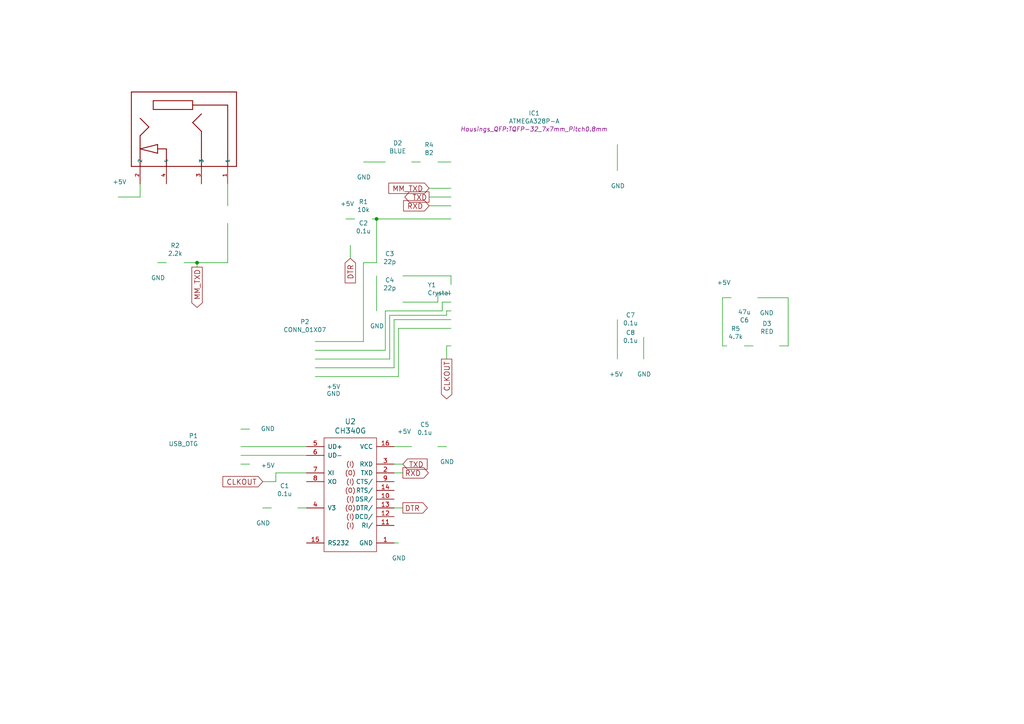
<source format=kicad_sch>
(kicad_sch (version 20230121) (generator eeschema)
  (paper "A4")
  (lib_symbols
    (symbol "SJ1-3524NG:SJ1-3524NG" (pin_names (offset 1.016))
      (symbol "SJ1-3524NG_0_0"
        (polyline (pts (xy -8.89 -13.97) (xy -8.89 16.51)) (stroke (width 0.254)))
        (polyline (pts (xy -8.89 16.51) (xy 12.7 16.51)) (stroke (width 0.254)))
        (polyline (pts (xy -6.35 -7.62) (xy -6.35 3.81)) (stroke (width 0.254)))
        (polyline (pts (xy -6.35 3.81) (xy -5.08 3.81)) (stroke (width 0.254)))
        (polyline (pts (xy -5.08 3.81) (xy -3.81 3.81)) (stroke (width 0.254)))
        (polyline (pts (xy -5.08 13.97) (xy -5.08 3.81)) (stroke (width 0.254)))
        (polyline (pts (xy -3.81 -7.62) (xy -6.35 -7.62)) (stroke (width 0.254)))
        (polyline (pts (xy -3.81 3.81) (xy -3.81 -7.62)) (stroke (width 0.254)))
        (polyline (pts (xy 0 3.81) (xy -2.54 6.35)) (stroke (width 0.254)))
        (polyline (pts (xy 1.27 -8.89) (xy -1.27 -11.43)) (stroke (width 0.254)))
        (polyline (pts (xy 2.54 6.35) (xy 0 3.81)) (stroke (width 0.254)))
        (polyline (pts (xy 3.81 -11.43) (xy 1.27 -8.89)) (stroke (width 0.254)))
        (polyline (pts (xy 6.35 -6.35) (xy 7.62 -6.35)) (stroke (width 0.254)))
        (polyline (pts (xy 7.62 -11.43) (xy 3.81 -11.43)) (stroke (width 0.254)))
        (polyline (pts (xy 7.62 -11.43) (xy 6.35 -6.35)) (stroke (width 0.254)))
        (polyline (pts (xy 7.62 -6.35) (xy 8.89 -6.35)) (stroke (width 0.254)))
        (polyline (pts (xy 7.62 -3.81) (xy 7.62 -6.35)) (stroke (width 0.254)))
        (polyline (pts (xy 8.89 -6.35) (xy 7.62 -11.43)) (stroke (width 0.254)))
        (polyline (pts (xy 12.7 -13.97) (xy -8.89 -13.97)) (stroke (width 0.254)))
        (polyline (pts (xy 12.7 -11.43) (xy 7.62 -11.43)) (stroke (width 0.254)))
        (polyline (pts (xy 12.7 -3.81) (xy 7.62 -3.81)) (stroke (width 0.254)))
        (polyline (pts (xy 12.7 6.35) (xy 2.54 6.35)) (stroke (width 0.254)))
        (polyline (pts (xy 12.7 13.97) (xy -5.08 13.97)) (stroke (width 0.254)))
        (polyline (pts (xy 12.7 16.51) (xy 12.7 -13.97)) (stroke (width 0.254)))
        (pin bidirectional line (at 17.78 13.97 180) (length 5.08) (name "1") (number "1"))
        (pin bidirectional line (at 17.78 -11.43 180) (length 5.08) (name "2") (number "2"))
        (pin bidirectional line (at 17.78 6.35 180) (length 5.08) (name "3") (number "3"))
        (pin bidirectional line (at 17.78 -3.81 180) (length 5.08) (name "4") (number "4"))
      )
    )
    (symbol "ch340g:CH340G" (pin_names (offset 1.016))
      (property "Reference" "U" (at 0 -16.51 0))
      (property "Value" "CH340G" (at 0 19.05 0))
      (symbol "CH340G_0_0"
        (rectangle (start -7.62 17.78) (end 7.62 -15.24))
        (text "(I)" (at 0 -7.62 0) (effects (font (size 1.27 1.27))))
        (text "(I)" (at 0 -5.08 0) (effects (font (size 1.27 1.27))))
        (text "(I)" (at 0 0 0) (effects (font (size 1.27 1.27))))
        (text "(I)" (at 0 5.08 0) (effects (font (size 1.27 1.27))))
        (text "(I)" (at 0 10.16 0) (effects (font (size 1.27 1.27))))
        (text "(O)" (at 0 -2.54 0) (effects (font (size 1.27 1.27))))
        (text "(O)" (at 0 2.54 0) (effects (font (size 1.27 1.27))))
        (text "(O)" (at 0 7.62 0) (effects (font (size 1.27 1.27))))
      )
      (symbol "CH340G_1_1"
        (pin power_in line (at 12.7 -12.7 180) (length 5.08) (name "GND") (number "1"))
        (pin input line (at 12.7 0 180) (length 5.08) (name "DSR/") (number "10"))
        (pin input line (at 12.7 -7.62 180) (length 5.08) (name "RI/") (number "11"))
        (pin input line (at 12.7 -5.08 180) (length 5.08) (name "DCD/") (number "12"))
        (pin output line (at 12.7 -2.54 180) (length 5.08) (name "DTR/") (number "13"))
        (pin output line (at 12.7 2.54 180) (length 5.08) (name "RTS/") (number "14"))
        (pin input line (at -12.7 -12.7 0) (length 5.08) (name "RS232") (number "15"))
        (pin power_in line (at 12.7 15.24 180) (length 5.08) (name "VCC") (number "16"))
        (pin output line (at 12.7 7.62 180) (length 5.08) (name "TXD") (number "2"))
        (pin input line (at 12.7 10.16 180) (length 5.08) (name "RXD") (number "3"))
        (pin power_out line (at -12.7 -2.54 0) (length 5.08) (name "V3") (number "4"))
        (pin bidirectional line (at -12.7 15.24 0) (length 5.08) (name "UD+") (number "5"))
        (pin bidirectional line (at -12.7 12.7 0) (length 5.08) (name "UD-") (number "6"))
        (pin input line (at -12.7 7.62 0) (length 5.08) (name "XI") (number "7"))
        (pin output line (at -12.7 5.08 0) (length 5.08) (name "XO") (number "8"))
        (pin input line (at 12.7 5.08 180) (length 5.08) (name "CTS/") (number "9"))
      )
    )
  )
  (junction (at 109.22 63.5))
  (junction (at 57.15 76.2))
  (wire (pts (xy 179.07 92.71) (xy 179.07 104.14)))
  (wire (pts (xy 100.33 63.5) (xy 102.87 63.5)))
  (wire (pts (xy 179.07 41.91) (xy 179.07 49.53)))
  (wire (pts (xy 116.84 87.63) (xy 127 87.63)))
  (wire (pts (xy 116.84 80.01) (xy 130.81 80.01)))
  (wire (pts (xy 119.38 46.99) (xy 121.92 46.99)))
  (wire (pts (xy 114.3 92.71) (xy 130.81 92.71)))
  (wire (pts (xy 105.41 46.99) (xy 111.76 46.99)))
  (wire (pts (xy 69.85 132.08) (xy 88.9 132.08)))
  (wire (pts (xy 124.46 57.15) (xy 130.81 57.15)))
  (wire (pts (xy 209.55 86.36) (xy 212.09 86.36)))
  (wire (pts (xy 57.15 76.2) (xy 66.04 76.2)))
  (wire (pts (xy 128.27 90.17) (xy 128.27 87.63)))
  (wire (pts (xy 116.84 137.16) (xy 114.3 137.16)))
  (wire (pts (xy 109.22 63.5) (xy 109.22 76.2)))
  (wire (pts (xy 109.22 80.01) (xy 109.22 90.17)))
  (wire (pts (xy 111.76 90.17) (xy 111.76 101.6)))
  (wire (pts (xy 129.54 90.17) (xy 129.54 91.44)))
  (wire (pts (xy 66.04 53.34) (xy 66.04 59.69)))
  (wire (pts (xy 130.81 59.69) (xy 124.46 59.69)))
  (wire (pts (xy 72.39 134.62) (xy 69.85 134.62)))
  (wire (pts (xy 127 87.63) (xy 127 85.09)))
  (wire (pts (xy 76.2 139.7) (xy 80.01 139.7)))
  (wire (pts (xy 40.64 57.15) (xy 40.64 53.34)))
  (wire (pts (xy 113.03 104.14) (xy 113.03 91.44)))
  (wire (pts (xy 111.76 101.6) (xy 91.44 101.6)))
  (wire (pts (xy 209.55 100.33) (xy 210.82 100.33)))
  (wire (pts (xy 219.71 86.36) (xy 228.6 86.36)))
  (wire (pts (xy 114.3 129.54) (xy 119.38 129.54)))
  (wire (pts (xy 114.3 134.62) (xy 116.84 134.62)))
  (wire (pts (xy 69.85 129.54) (xy 88.9 129.54)))
  (wire (pts (xy 101.6 74.93) (xy 101.6 71.12)))
  (wire (pts (xy 66.04 76.2) (xy 66.04 64.77)))
  (wire (pts (xy 69.85 124.46) (xy 72.39 124.46)))
  (wire (pts (xy 129.54 100.33) (xy 130.81 100.33)))
  (wire (pts (xy 130.81 90.17) (xy 129.54 90.17)))
  (wire (pts (xy 86.36 147.32) (xy 88.9 147.32)))
  (wire (pts (xy 228.6 100.33) (xy 228.6 86.36)))
  (wire (pts (xy 53.34 76.2) (xy 57.15 76.2)))
  (wire (pts (xy 129.54 91.44) (xy 113.03 91.44)))
  (wire (pts (xy 91.44 106.68) (xy 114.3 106.68)))
  (wire (pts (xy 57.15 77.47) (xy 57.15 76.2)))
  (wire (pts (xy 129.54 104.14) (xy 129.54 100.33)))
  (wire (pts (xy 45.72 76.2) (xy 48.26 76.2)))
  (wire (pts (xy 215.9 100.33) (xy 218.44 100.33)))
  (wire (pts (xy 127 85.09) (xy 130.81 85.09)))
  (wire (pts (xy 109.22 76.2) (xy 105.41 76.2)))
  (wire (pts (xy 80.01 139.7) (xy 80.01 137.16)))
  (wire (pts (xy 91.44 109.22) (xy 115.57 109.22)))
  (wire (pts (xy 128.27 87.63) (xy 130.81 87.63)))
  (wire (pts (xy 76.2 147.32) (xy 78.74 147.32)))
  (wire (pts (xy 186.69 97.79) (xy 186.69 104.14)))
  (wire (pts (xy 107.95 63.5) (xy 109.22 63.5)))
  (wire (pts (xy 130.81 80.01) (xy 130.81 82.55)))
  (wire (pts (xy 80.01 137.16) (xy 88.9 137.16)))
  (wire (pts (xy 226.06 100.33) (xy 228.6 100.33)))
  (wire (pts (xy 124.46 54.61) (xy 130.81 54.61)))
  (wire (pts (xy 127 46.99) (xy 130.81 46.99)))
  (wire (pts (xy 105.41 76.2) (xy 105.41 99.06)))
  (wire (pts (xy 114.3 106.68) (xy 114.3 92.71)))
  (wire (pts (xy 115.57 157.48) (xy 114.3 157.48)))
  (wire (pts (xy 109.22 63.5) (xy 130.81 63.5)))
  (wire (pts (xy 114.3 147.32) (xy 116.84 147.32)))
  (wire (pts (xy 105.41 99.06) (xy 91.44 99.06)))
  (wire (pts (xy 91.44 104.14) (xy 113.03 104.14)))
  (wire (pts (xy 115.57 95.25) (xy 130.81 95.25)))
  (wire (pts (xy 129.54 129.54) (xy 127 129.54)))
  (wire (pts (xy 115.57 109.22) (xy 115.57 95.25)))
  (wire (pts (xy 111.76 90.17) (xy 128.27 90.17)))
  (wire (pts (xy 40.64 57.15) (xy 34.29 57.15)))
  (wire (pts (xy 209.55 86.36) (xy 209.55 100.33)))
  (global_label "RXD" (shape output) (at 116.84 137.16 0) (effects (font (size 1.524 1.524))) (property "Intersheetrefs" "${INTERSHEET_REFS}" (effects hide)))
  (global_label "TXD" (shape output) (at 124.46 57.15 180) (effects (font (size 1.524 1.524))) (property "Intersheetrefs" "${INTERSHEET_REFS}" (effects hide)))
  (global_label "DTR" (shape output) (at 116.84 147.32 0) (effects (font (size 1.524 1.524))) (property "Intersheetrefs" "${INTERSHEET_REFS}" (effects hide)))
  (global_label "MM_TXD" (shape input) (at 124.46 54.61 180) (effects (font (size 1.524 1.524))) (property "Intersheetrefs" "${INTERSHEET_REFS}" (effects hide)))
  (global_label "TXD" (shape input) (at 116.84 134.62 0) (effects (font (size 1.524 1.524))) (property "Intersheetrefs" "${INTERSHEET_REFS}" (effects hide)))
  (global_label "RXD" (shape input) (at 124.46 59.69 180) (effects (font (size 1.524 1.524))) (property "Intersheetrefs" "${INTERSHEET_REFS}" (effects hide)))
  (global_label "CLKOUT" (shape input) (at 76.2 139.7 180) (effects (font (size 1.524 1.524))) (property "Intersheetrefs" "${INTERSHEET_REFS}" (effects hide)))
  (global_label "DTR" (shape input) (at 101.6 74.93 270) (effects (font (size 1.524 1.524))) (property "Intersheetrefs" "${INTERSHEET_REFS}" (effects hide)))
  (global_label "CLKOUT" (shape output) (at 129.54 104.14 270) (effects (font (size 1.524 1.524))) (property "Intersheetrefs" "${INTERSHEET_REFS}" (effects hide)))
  (global_label "MM_TXD" (shape output) (at 57.15 77.47 270) (effects (font (size 1.524 1.524))) (property "Intersheetrefs" "${INTERSHEET_REFS}" (effects hide)))
  (symbol (lib_id "SJ1-3524NG:SJ1-3524NG") (at 52.07 35.56 270) (unit 1)
    (property "Reference" "U1" (effects hide))
    (property "Value" "SJ1-3524NG" (effects hide))
    (property "Footprint" "SJ1-3524NG:PIN-4" (effects hide))
    (property "Datasheet" "SJ1-3524NG" (effects hide))
    (property "Description" "audio jack, 3.5 mm, rt, stereo, through hole, 1 switch, isolated ground" (effects hide))
    (property "Package" "None" (effects hide))
    (property "Price" "0.59 USD" (effects hide))
    (property "Availability" "Good" (effects hide))
    (property "MF" "CUI" (effects hide))
  )
  (symbol (lib_id "ATMEGA328P-A") (at 156.21 72.39 180) (unit 1)
    (property "Reference" "IC1" (at 154.94 32.8422 0))
    (property "Value" "ATMEGA328P-A" (at 154.94 35.1536 0))
    (property "Footprint" "Housings_QFP:TQFP-32_7x7mm_Pitch0.8mm" (at 154.94 37.465 0) (effects (font italic)))
  )
  (symbol (lib_id "GND") (at 179.07 49.53 0) (unit 1)
    (property "Reference" "#PWR01" (effects hide))
    (property "Value" "GND" (at 179.197 53.9242 0))
  )
  (symbol (lib_id "+5V") (at 179.07 104.14 180) (unit 1)
    (property "Reference" "#PWR02" (effects hide))
    (property "Value" "+5V" (at 178.689 108.5342 0))
  )
  (symbol (lib_id "C") (at 182.88 97.79 270) (unit 1)
    (property "Reference" "C7" (at 182.88 91.3892 90))
    (property "Value" "0.1u" (at 182.88 93.7006 90))
    (property "Footprint" "Capacitors_SMD:C_0805_HandSoldering" (effects hide))
  )
  (symbol (lib_id "C") (at 182.88 102.87 270) (unit 1)
    (property "Reference" "C8" (at 182.88 96.4692 90))
    (property "Value" "0.1u" (at 182.88 98.7806 90))
    (property "Footprint" "Capacitors_SMD:C_0805_HandSoldering" (effects hide))
  )
  (symbol (lib_id "GND") (at 186.69 104.14 0) (unit 1)
    (property "Reference" "#PWR03" (effects hide))
    (property "Value" "GND" (at 186.817 108.5342 0))
  )
  (symbol (lib_id "USB_OTG") (at 62.23 129.54 90) (unit 1)
    (property "Reference" "P1" (at 57.4548 126.4158 90) (effects (justify left)))
    (property "Value" "USB_OTG" (at 57.4548 128.7272 90) (effects (justify left)))
    (property "Footprint" "bullion:MICRO-B_USB" (effects hide))
  )
  (symbol (lib_id "ch340g:CH340G") (at 101.6 144.78 0) (unit 1)
    (property "Reference" "U2" (at 101.6 122.2502 0) (effects (font (size 1.524 1.524))))
    (property "Value" "CH340G" (at 101.6 124.9426 0) (effects (font (size 1.524 1.524))))
    (property "Footprint" "Housings_SOIC:SOIC-16_3.9x9.9mm_Pitch1.27mm" (effects hide))
  )
  (symbol (lib_id "Crystal") (at 120.65 83.82 270) (unit 1)
    (property "Reference" "Y1" (at 123.9774 82.6516 90) (effects (justify left)))
    (property "Value" "Crystal" (at 123.9774 84.963 90) (effects (justify left)))
    (property "Footprint" "Crystals:Crystal_HC49-SD_SMD" (effects hide))
  )
  (symbol (lib_id "C") (at 113.03 80.01 270) (unit 1)
    (property "Reference" "C3" (at 113.03 73.6092 90))
    (property "Value" "22p" (at 113.03 75.9206 90))
    (property "Footprint" "Capacitors_SMD:C_0805_HandSoldering" (effects hide))
  )
  (symbol (lib_id "C") (at 113.03 87.63 270) (unit 1)
    (property "Reference" "C4" (at 113.03 81.2292 90))
    (property "Value" "22p" (at 113.03 83.5406 90))
    (property "Footprint" "Capacitors_SMD:C_0805_HandSoldering" (effects hide))
  )
  (symbol (lib_id "GND") (at 109.22 90.17 0) (unit 1)
    (property "Reference" "#PWR04" (effects hide))
    (property "Value" "GND" (at 109.347 94.5642 0))
  )
  (symbol (lib_id "GND") (at 72.39 124.46 90) (unit 1)
    (property "Reference" "#PWR05" (effects hide))
    (property "Value" "GND" (at 75.6412 124.333 90) (effects (justify right)))
  )
  (symbol (lib_id "GND") (at 76.2 147.32 0) (unit 1)
    (property "Reference" "#PWR06" (effects hide))
    (property "Value" "GND" (at 76.327 151.7142 0))
  )
  (symbol (lib_id "GND") (at 115.57 157.48 0) (unit 1)
    (property "Reference" "#PWR07" (effects hide))
    (property "Value" "GND" (at 115.697 161.8742 0))
  )
  (symbol (lib_id "GND") (at 129.54 129.54 0) (unit 1)
    (property "Reference" "#PWR08" (effects hide))
    (property "Value" "GND" (at 129.667 133.9342 0))
  )
  (symbol (lib_id "+5V") (at 116.84 129.54 0) (unit 1)
    (property "Reference" "#PWR09" (effects hide))
    (property "Value" "+5V" (at 117.221 125.1458 0))
  )
  (symbol (lib_id "+5V") (at 72.39 134.62 270) (unit 1)
    (property "Reference" "#PWR018" (effects hide))
    (property "Value" "+5V" (at 75.6412 135.001 90) (effects (justify left)))
  )
  (symbol (lib_id "C") (at 123.19 129.54 270) (unit 1)
    (property "Reference" "C5" (at 123.19 123.1392 90))
    (property "Value" "0.1u" (at 123.19 125.4506 90))
    (property "Footprint" "Capacitors_SMD:C_0805_HandSoldering" (effects hide))
  )
  (symbol (lib_id "C") (at 82.55 147.32 270) (unit 1)
    (property "Reference" "C1" (at 82.55 140.9192 90))
    (property "Value" "0.1u" (at 82.55 143.2306 90))
    (property "Footprint" "Capacitors_SMD:C_0805_HandSoldering" (effects hide))
  )
  (symbol (lib_id "+5V") (at 100.33 63.5 0) (unit 1)
    (property "Reference" "#PWR010" (effects hide))
    (property "Value" "+5V" (at 100.711 59.1058 0))
  )
  (symbol (lib_id "R_Small") (at 105.41 63.5 270) (unit 1)
    (property "Reference" "R1" (at 105.41 58.5216 90))
    (property "Value" "10k" (at 105.41 60.833 90))
    (property "Footprint" "Resistors_SMD:R_0805_HandSoldering" (effects hide))
  )
  (symbol (lib_id "C") (at 105.41 71.12 270) (unit 1)
    (property "Reference" "C2" (at 105.41 64.7192 90))
    (property "Value" "0.1u" (at 105.41 67.0306 90))
    (property "Footprint" "Capacitors_SMD:C_0805_HandSoldering" (effects hide))
  )
  (symbol (lib_id "CONN_01X07") (at 86.36 106.68 180) (unit 1)
    (property "Reference" "P2" (at 88.4174 93.345 0))
    (property "Value" "CONN_01X07" (at 88.4174 95.6564 0))
    (property "Footprint" "Pin_Headers:Pin_Header_Straight_1x07_Pitch2.54mm" (effects hide))
  )
  (symbol (lib_id "+5V") (at 91.44 111.76 270) (unit 1)
    (property "Reference" "#PWR011" (effects hide))
    (property "Value" "+5V" (at 94.6912 112.141 90) (effects (justify left)))
  )
  (symbol (lib_id "GND") (at 91.44 114.3 90) (unit 1)
    (property "Reference" "#PWR012" (effects hide))
    (property "Value" "GND" (at 94.6912 114.173 90) (effects (justify right)))
  )
  (symbol (lib_id "CP") (at 215.9 86.36 90) (unit 1)
    (property "Reference" "C6" (at 215.9 92.837 90))
    (property "Value" "47u" (at 215.9 90.5256 90))
    (property "Footprint" "Capacitors_THT:CP_Radial_D7.5mm_P2.50mm" (effects hide))
  )
  (symbol (lib_id "+5V") (at 209.55 86.36 0) (unit 1)
    (property "Reference" "#PWR013" (effects hide))
    (property "Value" "+5V" (at 209.931 81.9658 0))
  )
  (symbol (lib_id "GND") (at 222.25 86.36 0) (unit 1)
    (property "Reference" "#PWR014" (effects hide))
    (property "Value" "GND" (at 222.377 90.7542 0))
  )
  (symbol (lib_id "+5V") (at 34.29 57.15 0) (unit 1)
    (property "Reference" "#PWR015" (effects hide))
    (property "Value" "+5V" (at 34.671 52.7558 0))
  )
  (symbol (lib_id "R_Small") (at 50.8 76.2 270) (unit 1)
    (property "Reference" "R2" (at 50.8 71.2216 90))
    (property "Value" "2.2k" (at 50.8 73.533 90))
    (property "Footprint" "Resistors_SMD:R_0805_HandSoldering" (effects hide))
  )
  (symbol (lib_id "GND") (at 45.72 76.2 0) (unit 1)
    (property "Reference" "#PWR016" (effects hide))
    (property "Value" "GND" (at 45.847 80.5942 0))
  )
  (symbol (lib_id "R_Small") (at 66.04 62.23 180) (unit 1)
    (property "Reference" "R3" (at 67.5386 61.0616 0) (effects (justify right)))
    (property "Value" "220" (at 67.5386 63.373 0) (effects (justify right)))
    (property "Footprint" "Resistors_SMD:R_0805_HandSoldering" (effects hide))
  )
  (symbol (lib_id "R_Small") (at 213.36 100.33 270) (unit 1)
    (property "Reference" "R5" (at 213.36 95.3516 90))
    (property "Value" "4.7k" (at 213.36 97.663 90))
    (property "Footprint" "Resistors_SMD:R_0805_HandSoldering" (effects hide))
  )
  (symbol (lib_id "LED") (at 222.25 100.33 180) (unit 1)
    (property "Reference" "D3" (at 222.4532 93.853 0))
    (property "Value" "RED" (at 222.4532 96.1644 0))
    (property "Footprint" "LEDs:LED_0805" (effects hide))
  )
  (symbol (lib_id "R_Small") (at 124.46 46.99 270) (unit 1)
    (property "Reference" "R4" (at 124.46 42.0116 90))
    (property "Value" "82" (at 124.46 44.323 90))
    (property "Footprint" "Resistors_SMD:R_0805_HandSoldering" (effects hide))
  )
  (symbol (lib_id "LED") (at 115.57 46.99 0) (unit 1)
    (property "Reference" "D2" (at 115.3414 41.5036 0))
    (property "Value" "BLUE" (at 115.3414 43.815 0))
    (property "Footprint" "LEDs:LED_0805" (effects hide))
  )
  (symbol (lib_id "GND") (at 105.41 46.99 0) (unit 1)
    (property "Reference" "#PWR017" (effects hide))
    (property "Value" "GND" (at 105.537 51.3842 0))
  )
)
</source>
